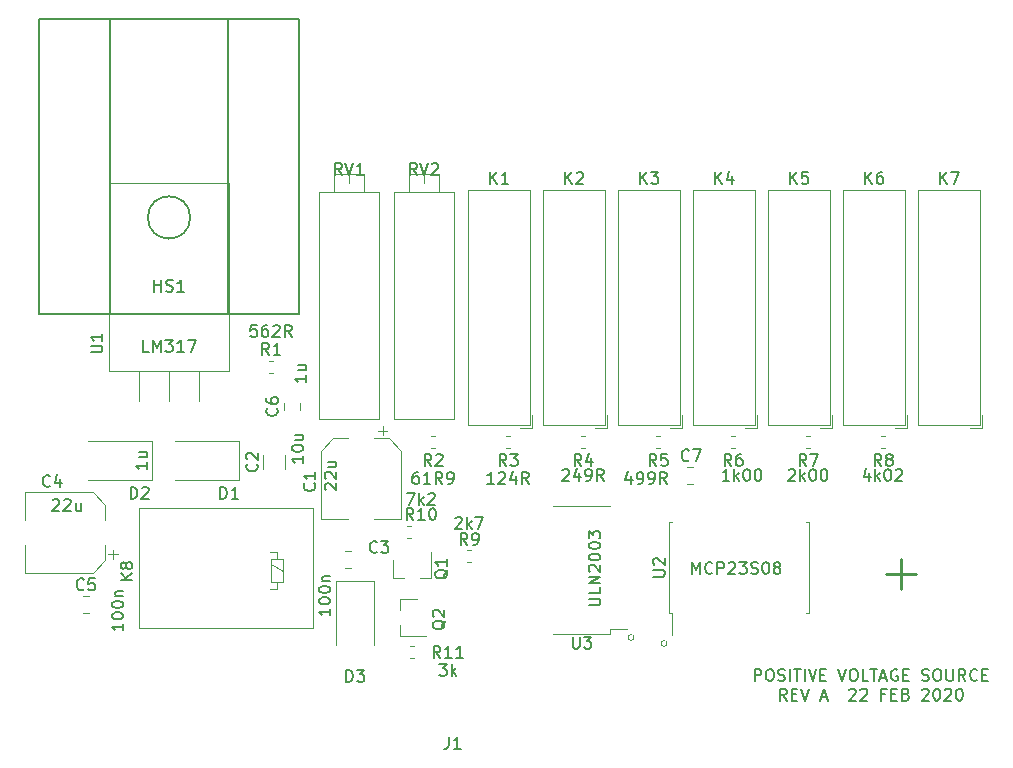
<source format=gbr>
G04 #@! TF.GenerationSoftware,KiCad,Pcbnew,(5.1.5)-3*
G04 #@! TF.CreationDate,2020-02-22T15:11:55-08:00*
G04 #@! TF.ProjectId,voltages,766f6c74-6167-4657-932e-6b696361645f,rev?*
G04 #@! TF.SameCoordinates,Original*
G04 #@! TF.FileFunction,Legend,Top*
G04 #@! TF.FilePolarity,Positive*
%FSLAX46Y46*%
G04 Gerber Fmt 4.6, Leading zero omitted, Abs format (unit mm)*
G04 Created by KiCad (PCBNEW (5.1.5)-3) date 2020-02-22 15:11:55*
%MOMM*%
%LPD*%
G04 APERTURE LIST*
%ADD10C,0.254000*%
%ADD11C,0.150000*%
%ADD12C,0.120000*%
G04 APERTURE END LIST*
D10*
X141986000Y-70866000D02*
X141986000Y-73406000D01*
X140716000Y-72136000D02*
X143256000Y-72136000D01*
D11*
X91638380Y-55284666D02*
X91638380Y-55856095D01*
X91638380Y-55570380D02*
X90638380Y-55570380D01*
X90781238Y-55665619D01*
X90876476Y-55760857D01*
X90924095Y-55856095D01*
X90971714Y-54427523D02*
X91638380Y-54427523D01*
X90971714Y-54856095D02*
X91495523Y-54856095D01*
X91590761Y-54808476D01*
X91638380Y-54713238D01*
X91638380Y-54570380D01*
X91590761Y-54475142D01*
X91543142Y-54427523D01*
X129588857Y-81161380D02*
X129588857Y-80161380D01*
X129969809Y-80161380D01*
X130065047Y-80209000D01*
X130112666Y-80256619D01*
X130160285Y-80351857D01*
X130160285Y-80494714D01*
X130112666Y-80589952D01*
X130065047Y-80637571D01*
X129969809Y-80685190D01*
X129588857Y-80685190D01*
X130779333Y-80161380D02*
X130969809Y-80161380D01*
X131065047Y-80209000D01*
X131160285Y-80304238D01*
X131207904Y-80494714D01*
X131207904Y-80828047D01*
X131160285Y-81018523D01*
X131065047Y-81113761D01*
X130969809Y-81161380D01*
X130779333Y-81161380D01*
X130684095Y-81113761D01*
X130588857Y-81018523D01*
X130541238Y-80828047D01*
X130541238Y-80494714D01*
X130588857Y-80304238D01*
X130684095Y-80209000D01*
X130779333Y-80161380D01*
X131588857Y-81113761D02*
X131731714Y-81161380D01*
X131969809Y-81161380D01*
X132065047Y-81113761D01*
X132112666Y-81066142D01*
X132160285Y-80970904D01*
X132160285Y-80875666D01*
X132112666Y-80780428D01*
X132065047Y-80732809D01*
X131969809Y-80685190D01*
X131779333Y-80637571D01*
X131684095Y-80589952D01*
X131636476Y-80542333D01*
X131588857Y-80447095D01*
X131588857Y-80351857D01*
X131636476Y-80256619D01*
X131684095Y-80209000D01*
X131779333Y-80161380D01*
X132017428Y-80161380D01*
X132160285Y-80209000D01*
X132588857Y-81161380D02*
X132588857Y-80161380D01*
X132922190Y-80161380D02*
X133493619Y-80161380D01*
X133207904Y-81161380D02*
X133207904Y-80161380D01*
X133826952Y-81161380D02*
X133826952Y-80161380D01*
X134160285Y-80161380D02*
X134493619Y-81161380D01*
X134826952Y-80161380D01*
X135160285Y-80637571D02*
X135493619Y-80637571D01*
X135636476Y-81161380D02*
X135160285Y-81161380D01*
X135160285Y-80161380D01*
X135636476Y-80161380D01*
X136684095Y-80161380D02*
X137017428Y-81161380D01*
X137350761Y-80161380D01*
X137874571Y-80161380D02*
X138065047Y-80161380D01*
X138160285Y-80209000D01*
X138255523Y-80304238D01*
X138303142Y-80494714D01*
X138303142Y-80828047D01*
X138255523Y-81018523D01*
X138160285Y-81113761D01*
X138065047Y-81161380D01*
X137874571Y-81161380D01*
X137779333Y-81113761D01*
X137684095Y-81018523D01*
X137636476Y-80828047D01*
X137636476Y-80494714D01*
X137684095Y-80304238D01*
X137779333Y-80209000D01*
X137874571Y-80161380D01*
X139207904Y-81161380D02*
X138731714Y-81161380D01*
X138731714Y-80161380D01*
X139398380Y-80161380D02*
X139969809Y-80161380D01*
X139684095Y-81161380D02*
X139684095Y-80161380D01*
X140255523Y-80875666D02*
X140731714Y-80875666D01*
X140160285Y-81161380D02*
X140493619Y-80161380D01*
X140826952Y-81161380D01*
X141684095Y-80209000D02*
X141588857Y-80161380D01*
X141446000Y-80161380D01*
X141303142Y-80209000D01*
X141207904Y-80304238D01*
X141160285Y-80399476D01*
X141112666Y-80589952D01*
X141112666Y-80732809D01*
X141160285Y-80923285D01*
X141207904Y-81018523D01*
X141303142Y-81113761D01*
X141446000Y-81161380D01*
X141541238Y-81161380D01*
X141684095Y-81113761D01*
X141731714Y-81066142D01*
X141731714Y-80732809D01*
X141541238Y-80732809D01*
X142160285Y-80637571D02*
X142493619Y-80637571D01*
X142636476Y-81161380D02*
X142160285Y-81161380D01*
X142160285Y-80161380D01*
X142636476Y-80161380D01*
X143779333Y-81113761D02*
X143922190Y-81161380D01*
X144160285Y-81161380D01*
X144255523Y-81113761D01*
X144303142Y-81066142D01*
X144350761Y-80970904D01*
X144350761Y-80875666D01*
X144303142Y-80780428D01*
X144255523Y-80732809D01*
X144160285Y-80685190D01*
X143969809Y-80637571D01*
X143874571Y-80589952D01*
X143826952Y-80542333D01*
X143779333Y-80447095D01*
X143779333Y-80351857D01*
X143826952Y-80256619D01*
X143874571Y-80209000D01*
X143969809Y-80161380D01*
X144207904Y-80161380D01*
X144350761Y-80209000D01*
X144969809Y-80161380D02*
X145160285Y-80161380D01*
X145255523Y-80209000D01*
X145350761Y-80304238D01*
X145398380Y-80494714D01*
X145398380Y-80828047D01*
X145350761Y-81018523D01*
X145255523Y-81113761D01*
X145160285Y-81161380D01*
X144969809Y-81161380D01*
X144874571Y-81113761D01*
X144779333Y-81018523D01*
X144731714Y-80828047D01*
X144731714Y-80494714D01*
X144779333Y-80304238D01*
X144874571Y-80209000D01*
X144969809Y-80161380D01*
X145826952Y-80161380D02*
X145826952Y-80970904D01*
X145874571Y-81066142D01*
X145922190Y-81113761D01*
X146017428Y-81161380D01*
X146207904Y-81161380D01*
X146303142Y-81113761D01*
X146350761Y-81066142D01*
X146398380Y-80970904D01*
X146398380Y-80161380D01*
X147446000Y-81161380D02*
X147112666Y-80685190D01*
X146874571Y-81161380D02*
X146874571Y-80161380D01*
X147255523Y-80161380D01*
X147350761Y-80209000D01*
X147398380Y-80256619D01*
X147446000Y-80351857D01*
X147446000Y-80494714D01*
X147398380Y-80589952D01*
X147350761Y-80637571D01*
X147255523Y-80685190D01*
X146874571Y-80685190D01*
X148446000Y-81066142D02*
X148398380Y-81113761D01*
X148255523Y-81161380D01*
X148160285Y-81161380D01*
X148017428Y-81113761D01*
X147922190Y-81018523D01*
X147874571Y-80923285D01*
X147826952Y-80732809D01*
X147826952Y-80589952D01*
X147874571Y-80399476D01*
X147922190Y-80304238D01*
X148017428Y-80209000D01*
X148160285Y-80161380D01*
X148255523Y-80161380D01*
X148398380Y-80209000D01*
X148446000Y-80256619D01*
X148874571Y-80637571D02*
X149207904Y-80637571D01*
X149350761Y-81161380D02*
X148874571Y-81161380D01*
X148874571Y-80161380D01*
X149350761Y-80161380D01*
X132303142Y-82811380D02*
X131969809Y-82335190D01*
X131731714Y-82811380D02*
X131731714Y-81811380D01*
X132112666Y-81811380D01*
X132207904Y-81859000D01*
X132255523Y-81906619D01*
X132303142Y-82001857D01*
X132303142Y-82144714D01*
X132255523Y-82239952D01*
X132207904Y-82287571D01*
X132112666Y-82335190D01*
X131731714Y-82335190D01*
X132731714Y-82287571D02*
X133065047Y-82287571D01*
X133207904Y-82811380D02*
X132731714Y-82811380D01*
X132731714Y-81811380D01*
X133207904Y-81811380D01*
X133493619Y-81811380D02*
X133826952Y-82811380D01*
X134160285Y-81811380D01*
X135207904Y-82525666D02*
X135684095Y-82525666D01*
X135112666Y-82811380D02*
X135446000Y-81811380D01*
X135779333Y-82811380D01*
X137588857Y-81906619D02*
X137636476Y-81859000D01*
X137731714Y-81811380D01*
X137969809Y-81811380D01*
X138065047Y-81859000D01*
X138112666Y-81906619D01*
X138160285Y-82001857D01*
X138160285Y-82097095D01*
X138112666Y-82239952D01*
X137541238Y-82811380D01*
X138160285Y-82811380D01*
X138541238Y-81906619D02*
X138588857Y-81859000D01*
X138684095Y-81811380D01*
X138922190Y-81811380D01*
X139017428Y-81859000D01*
X139065047Y-81906619D01*
X139112666Y-82001857D01*
X139112666Y-82097095D01*
X139065047Y-82239952D01*
X138493619Y-82811380D01*
X139112666Y-82811380D01*
X140636476Y-82287571D02*
X140303142Y-82287571D01*
X140303142Y-82811380D02*
X140303142Y-81811380D01*
X140779333Y-81811380D01*
X141160285Y-82287571D02*
X141493619Y-82287571D01*
X141636476Y-82811380D02*
X141160285Y-82811380D01*
X141160285Y-81811380D01*
X141636476Y-81811380D01*
X142398380Y-82287571D02*
X142541238Y-82335190D01*
X142588857Y-82382809D01*
X142636476Y-82478047D01*
X142636476Y-82620904D01*
X142588857Y-82716142D01*
X142541238Y-82763761D01*
X142446000Y-82811380D01*
X142065047Y-82811380D01*
X142065047Y-81811380D01*
X142398380Y-81811380D01*
X142493619Y-81859000D01*
X142541238Y-81906619D01*
X142588857Y-82001857D01*
X142588857Y-82097095D01*
X142541238Y-82192333D01*
X142493619Y-82239952D01*
X142398380Y-82287571D01*
X142065047Y-82287571D01*
X143779333Y-81906619D02*
X143826952Y-81859000D01*
X143922190Y-81811380D01*
X144160285Y-81811380D01*
X144255523Y-81859000D01*
X144303142Y-81906619D01*
X144350761Y-82001857D01*
X144350761Y-82097095D01*
X144303142Y-82239952D01*
X143731714Y-82811380D01*
X144350761Y-82811380D01*
X144969809Y-81811380D02*
X145065047Y-81811380D01*
X145160285Y-81859000D01*
X145207904Y-81906619D01*
X145255523Y-82001857D01*
X145303142Y-82192333D01*
X145303142Y-82430428D01*
X145255523Y-82620904D01*
X145207904Y-82716142D01*
X145160285Y-82763761D01*
X145065047Y-82811380D01*
X144969809Y-82811380D01*
X144874571Y-82763761D01*
X144826952Y-82716142D01*
X144779333Y-82620904D01*
X144731714Y-82430428D01*
X144731714Y-82192333D01*
X144779333Y-82001857D01*
X144826952Y-81906619D01*
X144874571Y-81859000D01*
X144969809Y-81811380D01*
X145684095Y-81906619D02*
X145731714Y-81859000D01*
X145826952Y-81811380D01*
X146065047Y-81811380D01*
X146160285Y-81859000D01*
X146207904Y-81906619D01*
X146255523Y-82001857D01*
X146255523Y-82097095D01*
X146207904Y-82239952D01*
X145636476Y-82811380D01*
X146255523Y-82811380D01*
X146874571Y-81811380D02*
X146969809Y-81811380D01*
X147065047Y-81859000D01*
X147112666Y-81906619D01*
X147160285Y-82001857D01*
X147207904Y-82192333D01*
X147207904Y-82430428D01*
X147160285Y-82620904D01*
X147112666Y-82716142D01*
X147065047Y-82763761D01*
X146969809Y-82811380D01*
X146874571Y-82811380D01*
X146779333Y-82763761D01*
X146731714Y-82716142D01*
X146684095Y-82620904D01*
X146636476Y-82430428D01*
X146636476Y-82192333D01*
X146684095Y-82001857D01*
X146731714Y-81906619D01*
X146779333Y-81859000D01*
X146874571Y-81811380D01*
X78319523Y-53284380D02*
X77843333Y-53284380D01*
X77843333Y-52284380D01*
X78652857Y-53284380D02*
X78652857Y-52284380D01*
X78986190Y-52998666D01*
X79319523Y-52284380D01*
X79319523Y-53284380D01*
X79700476Y-52284380D02*
X80319523Y-52284380D01*
X79986190Y-52665333D01*
X80129047Y-52665333D01*
X80224285Y-52712952D01*
X80271904Y-52760571D01*
X80319523Y-52855809D01*
X80319523Y-53093904D01*
X80271904Y-53189142D01*
X80224285Y-53236761D01*
X80129047Y-53284380D01*
X79843333Y-53284380D01*
X79748095Y-53236761D01*
X79700476Y-53189142D01*
X81271904Y-53284380D02*
X80700476Y-53284380D01*
X80986190Y-53284380D02*
X80986190Y-52284380D01*
X80890952Y-52427238D01*
X80795714Y-52522476D01*
X80700476Y-52570095D01*
X81605238Y-52284380D02*
X82271904Y-52284380D01*
X81843333Y-53284380D01*
X102893904Y-79716380D02*
X103512952Y-79716380D01*
X103179619Y-80097333D01*
X103322476Y-80097333D01*
X103417714Y-80144952D01*
X103465333Y-80192571D01*
X103512952Y-80287809D01*
X103512952Y-80525904D01*
X103465333Y-80621142D01*
X103417714Y-80668761D01*
X103322476Y-80716380D01*
X103036761Y-80716380D01*
X102941523Y-80668761D01*
X102893904Y-80621142D01*
X103941523Y-80716380D02*
X103941523Y-79716380D01*
X104036761Y-80335428D02*
X104322476Y-80716380D01*
X104322476Y-80049714D02*
X103941523Y-80430666D01*
X104243333Y-67365619D02*
X104290952Y-67318000D01*
X104386190Y-67270380D01*
X104624285Y-67270380D01*
X104719523Y-67318000D01*
X104767142Y-67365619D01*
X104814761Y-67460857D01*
X104814761Y-67556095D01*
X104767142Y-67698952D01*
X104195714Y-68270380D01*
X104814761Y-68270380D01*
X105243333Y-68270380D02*
X105243333Y-67270380D01*
X105338571Y-67889428D02*
X105624285Y-68270380D01*
X105624285Y-67603714D02*
X105243333Y-67984666D01*
X105957619Y-67270380D02*
X106624285Y-67270380D01*
X106195714Y-68270380D01*
X100131714Y-65238380D02*
X100798380Y-65238380D01*
X100369809Y-66238380D01*
X101179333Y-66238380D02*
X101179333Y-65238380D01*
X101274571Y-65857428D02*
X101560285Y-66238380D01*
X101560285Y-65571714D02*
X101179333Y-65952666D01*
X101941238Y-65333619D02*
X101988857Y-65286000D01*
X102084095Y-65238380D01*
X102322190Y-65238380D01*
X102417428Y-65286000D01*
X102465047Y-65333619D01*
X102512666Y-65428857D01*
X102512666Y-65524095D01*
X102465047Y-65666952D01*
X101893619Y-66238380D01*
X102512666Y-66238380D01*
X93670380Y-75033047D02*
X93670380Y-75604476D01*
X93670380Y-75318761D02*
X92670380Y-75318761D01*
X92813238Y-75414000D01*
X92908476Y-75509238D01*
X92956095Y-75604476D01*
X92670380Y-74414000D02*
X92670380Y-74318761D01*
X92718000Y-74223523D01*
X92765619Y-74175904D01*
X92860857Y-74128285D01*
X93051333Y-74080666D01*
X93289428Y-74080666D01*
X93479904Y-74128285D01*
X93575142Y-74175904D01*
X93622761Y-74223523D01*
X93670380Y-74318761D01*
X93670380Y-74414000D01*
X93622761Y-74509238D01*
X93575142Y-74556857D01*
X93479904Y-74604476D01*
X93289428Y-74652095D01*
X93051333Y-74652095D01*
X92860857Y-74604476D01*
X92765619Y-74556857D01*
X92718000Y-74509238D01*
X92670380Y-74414000D01*
X92670380Y-73461619D02*
X92670380Y-73366380D01*
X92718000Y-73271142D01*
X92765619Y-73223523D01*
X92860857Y-73175904D01*
X93051333Y-73128285D01*
X93289428Y-73128285D01*
X93479904Y-73175904D01*
X93575142Y-73223523D01*
X93622761Y-73271142D01*
X93670380Y-73366380D01*
X93670380Y-73461619D01*
X93622761Y-73556857D01*
X93575142Y-73604476D01*
X93479904Y-73652095D01*
X93289428Y-73699714D01*
X93051333Y-73699714D01*
X92860857Y-73652095D01*
X92765619Y-73604476D01*
X92718000Y-73556857D01*
X92670380Y-73461619D01*
X93003714Y-72699714D02*
X93670380Y-72699714D01*
X93098952Y-72699714D02*
X93051333Y-72652095D01*
X93003714Y-72556857D01*
X93003714Y-72414000D01*
X93051333Y-72318761D01*
X93146571Y-72271142D01*
X93670380Y-72271142D01*
X76144380Y-76303047D02*
X76144380Y-76874476D01*
X76144380Y-76588761D02*
X75144380Y-76588761D01*
X75287238Y-76684000D01*
X75382476Y-76779238D01*
X75430095Y-76874476D01*
X75144380Y-75684000D02*
X75144380Y-75588761D01*
X75192000Y-75493523D01*
X75239619Y-75445904D01*
X75334857Y-75398285D01*
X75525333Y-75350666D01*
X75763428Y-75350666D01*
X75953904Y-75398285D01*
X76049142Y-75445904D01*
X76096761Y-75493523D01*
X76144380Y-75588761D01*
X76144380Y-75684000D01*
X76096761Y-75779238D01*
X76049142Y-75826857D01*
X75953904Y-75874476D01*
X75763428Y-75922095D01*
X75525333Y-75922095D01*
X75334857Y-75874476D01*
X75239619Y-75826857D01*
X75192000Y-75779238D01*
X75144380Y-75684000D01*
X75144380Y-74731619D02*
X75144380Y-74636380D01*
X75192000Y-74541142D01*
X75239619Y-74493523D01*
X75334857Y-74445904D01*
X75525333Y-74398285D01*
X75763428Y-74398285D01*
X75953904Y-74445904D01*
X76049142Y-74493523D01*
X76096761Y-74541142D01*
X76144380Y-74636380D01*
X76144380Y-74731619D01*
X76096761Y-74826857D01*
X76049142Y-74874476D01*
X75953904Y-74922095D01*
X75763428Y-74969714D01*
X75525333Y-74969714D01*
X75334857Y-74922095D01*
X75239619Y-74874476D01*
X75192000Y-74826857D01*
X75144380Y-74731619D01*
X75477714Y-73969714D02*
X76144380Y-73969714D01*
X75572952Y-73969714D02*
X75525333Y-73922095D01*
X75477714Y-73826857D01*
X75477714Y-73684000D01*
X75525333Y-73588761D01*
X75620571Y-73541142D01*
X76144380Y-73541142D01*
X78176380Y-62650666D02*
X78176380Y-63222095D01*
X78176380Y-62936380D02*
X77176380Y-62936380D01*
X77319238Y-63031619D01*
X77414476Y-63126857D01*
X77462095Y-63222095D01*
X77509714Y-61793523D02*
X78176380Y-61793523D01*
X77509714Y-62222095D02*
X78033523Y-62222095D01*
X78128761Y-62174476D01*
X78176380Y-62079238D01*
X78176380Y-61936380D01*
X78128761Y-61841142D01*
X78081142Y-61793523D01*
X91384380Y-62110857D02*
X91384380Y-62682285D01*
X91384380Y-62396571D02*
X90384380Y-62396571D01*
X90527238Y-62491809D01*
X90622476Y-62587047D01*
X90670095Y-62682285D01*
X90384380Y-61491809D02*
X90384380Y-61396571D01*
X90432000Y-61301333D01*
X90479619Y-61253714D01*
X90574857Y-61206095D01*
X90765333Y-61158476D01*
X91003428Y-61158476D01*
X91193904Y-61206095D01*
X91289142Y-61253714D01*
X91336761Y-61301333D01*
X91384380Y-61396571D01*
X91384380Y-61491809D01*
X91336761Y-61587047D01*
X91289142Y-61634666D01*
X91193904Y-61682285D01*
X91003428Y-61729904D01*
X90765333Y-61729904D01*
X90574857Y-61682285D01*
X90479619Y-61634666D01*
X90432000Y-61587047D01*
X90384380Y-61491809D01*
X90717714Y-60301333D02*
X91384380Y-60301333D01*
X90717714Y-60729904D02*
X91241523Y-60729904D01*
X91336761Y-60682285D01*
X91384380Y-60587047D01*
X91384380Y-60444190D01*
X91336761Y-60348952D01*
X91289142Y-60301333D01*
X93273619Y-64968285D02*
X93226000Y-64920666D01*
X93178380Y-64825428D01*
X93178380Y-64587333D01*
X93226000Y-64492095D01*
X93273619Y-64444476D01*
X93368857Y-64396857D01*
X93464095Y-64396857D01*
X93606952Y-64444476D01*
X94178380Y-65015904D01*
X94178380Y-64396857D01*
X93273619Y-64015904D02*
X93226000Y-63968285D01*
X93178380Y-63873047D01*
X93178380Y-63634952D01*
X93226000Y-63539714D01*
X93273619Y-63492095D01*
X93368857Y-63444476D01*
X93464095Y-63444476D01*
X93606952Y-63492095D01*
X94178380Y-64063523D01*
X94178380Y-63444476D01*
X93511714Y-62587333D02*
X94178380Y-62587333D01*
X93511714Y-63015904D02*
X94035523Y-63015904D01*
X94130761Y-62968285D01*
X94178380Y-62873047D01*
X94178380Y-62730190D01*
X94130761Y-62634952D01*
X94083142Y-62587333D01*
X70159714Y-65841619D02*
X70207333Y-65794000D01*
X70302571Y-65746380D01*
X70540666Y-65746380D01*
X70635904Y-65794000D01*
X70683523Y-65841619D01*
X70731142Y-65936857D01*
X70731142Y-66032095D01*
X70683523Y-66174952D01*
X70112095Y-66746380D01*
X70731142Y-66746380D01*
X71112095Y-65841619D02*
X71159714Y-65794000D01*
X71254952Y-65746380D01*
X71493047Y-65746380D01*
X71588285Y-65794000D01*
X71635904Y-65841619D01*
X71683523Y-65936857D01*
X71683523Y-66032095D01*
X71635904Y-66174952D01*
X71064476Y-66746380D01*
X71683523Y-66746380D01*
X72540666Y-66079714D02*
X72540666Y-66746380D01*
X72112095Y-66079714D02*
X72112095Y-66603523D01*
X72159714Y-66698761D01*
X72254952Y-66746380D01*
X72397809Y-66746380D01*
X72493047Y-66698761D01*
X72540666Y-66651142D01*
X87431714Y-51014380D02*
X86955523Y-51014380D01*
X86907904Y-51490571D01*
X86955523Y-51442952D01*
X87050761Y-51395333D01*
X87288857Y-51395333D01*
X87384095Y-51442952D01*
X87431714Y-51490571D01*
X87479333Y-51585809D01*
X87479333Y-51823904D01*
X87431714Y-51919142D01*
X87384095Y-51966761D01*
X87288857Y-52014380D01*
X87050761Y-52014380D01*
X86955523Y-51966761D01*
X86907904Y-51919142D01*
X88336476Y-51014380D02*
X88146000Y-51014380D01*
X88050761Y-51062000D01*
X88003142Y-51109619D01*
X87907904Y-51252476D01*
X87860285Y-51442952D01*
X87860285Y-51823904D01*
X87907904Y-51919142D01*
X87955523Y-51966761D01*
X88050761Y-52014380D01*
X88241238Y-52014380D01*
X88336476Y-51966761D01*
X88384095Y-51919142D01*
X88431714Y-51823904D01*
X88431714Y-51585809D01*
X88384095Y-51490571D01*
X88336476Y-51442952D01*
X88241238Y-51395333D01*
X88050761Y-51395333D01*
X87955523Y-51442952D01*
X87907904Y-51490571D01*
X87860285Y-51585809D01*
X88812666Y-51109619D02*
X88860285Y-51062000D01*
X88955523Y-51014380D01*
X89193619Y-51014380D01*
X89288857Y-51062000D01*
X89336476Y-51109619D01*
X89384095Y-51204857D01*
X89384095Y-51300095D01*
X89336476Y-51442952D01*
X88765047Y-52014380D01*
X89384095Y-52014380D01*
X90384095Y-52014380D02*
X90050761Y-51538190D01*
X89812666Y-52014380D02*
X89812666Y-51014380D01*
X90193619Y-51014380D01*
X90288857Y-51062000D01*
X90336476Y-51109619D01*
X90384095Y-51204857D01*
X90384095Y-51347714D01*
X90336476Y-51442952D01*
X90288857Y-51490571D01*
X90193619Y-51538190D01*
X89812666Y-51538190D01*
X101100095Y-63460380D02*
X100909619Y-63460380D01*
X100814380Y-63508000D01*
X100766761Y-63555619D01*
X100671523Y-63698476D01*
X100623904Y-63888952D01*
X100623904Y-64269904D01*
X100671523Y-64365142D01*
X100719142Y-64412761D01*
X100814380Y-64460380D01*
X101004857Y-64460380D01*
X101100095Y-64412761D01*
X101147714Y-64365142D01*
X101195333Y-64269904D01*
X101195333Y-64031809D01*
X101147714Y-63936571D01*
X101100095Y-63888952D01*
X101004857Y-63841333D01*
X100814380Y-63841333D01*
X100719142Y-63888952D01*
X100671523Y-63936571D01*
X100623904Y-64031809D01*
X102147714Y-64460380D02*
X101576285Y-64460380D01*
X101862000Y-64460380D02*
X101862000Y-63460380D01*
X101766761Y-63603238D01*
X101671523Y-63698476D01*
X101576285Y-63746095D01*
X103147714Y-64460380D02*
X102814380Y-63984190D01*
X102576285Y-64460380D02*
X102576285Y-63460380D01*
X102957238Y-63460380D01*
X103052476Y-63508000D01*
X103100095Y-63555619D01*
X103147714Y-63650857D01*
X103147714Y-63793714D01*
X103100095Y-63888952D01*
X103052476Y-63936571D01*
X102957238Y-63984190D01*
X102576285Y-63984190D01*
X103623904Y-64460380D02*
X103814380Y-64460380D01*
X103909619Y-64412761D01*
X103957238Y-64365142D01*
X104052476Y-64222285D01*
X104100095Y-64031809D01*
X104100095Y-63650857D01*
X104052476Y-63555619D01*
X104004857Y-63508000D01*
X103909619Y-63460380D01*
X103719142Y-63460380D01*
X103623904Y-63508000D01*
X103576285Y-63555619D01*
X103528666Y-63650857D01*
X103528666Y-63888952D01*
X103576285Y-63984190D01*
X103623904Y-64031809D01*
X103719142Y-64079428D01*
X103909619Y-64079428D01*
X104004857Y-64031809D01*
X104052476Y-63984190D01*
X104100095Y-63888952D01*
X107545333Y-64460380D02*
X106973904Y-64460380D01*
X107259619Y-64460380D02*
X107259619Y-63460380D01*
X107164380Y-63603238D01*
X107069142Y-63698476D01*
X106973904Y-63746095D01*
X107926285Y-63555619D02*
X107973904Y-63508000D01*
X108069142Y-63460380D01*
X108307238Y-63460380D01*
X108402476Y-63508000D01*
X108450095Y-63555619D01*
X108497714Y-63650857D01*
X108497714Y-63746095D01*
X108450095Y-63888952D01*
X107878666Y-64460380D01*
X108497714Y-64460380D01*
X109354857Y-63793714D02*
X109354857Y-64460380D01*
X109116761Y-63412761D02*
X108878666Y-64127047D01*
X109497714Y-64127047D01*
X110450095Y-64460380D02*
X110116761Y-63984190D01*
X109878666Y-64460380D02*
X109878666Y-63460380D01*
X110259619Y-63460380D01*
X110354857Y-63508000D01*
X110402476Y-63555619D01*
X110450095Y-63650857D01*
X110450095Y-63793714D01*
X110402476Y-63888952D01*
X110354857Y-63936571D01*
X110259619Y-63984190D01*
X109878666Y-63984190D01*
X113323904Y-63301619D02*
X113371523Y-63254000D01*
X113466761Y-63206380D01*
X113704857Y-63206380D01*
X113800095Y-63254000D01*
X113847714Y-63301619D01*
X113895333Y-63396857D01*
X113895333Y-63492095D01*
X113847714Y-63634952D01*
X113276285Y-64206380D01*
X113895333Y-64206380D01*
X114752476Y-63539714D02*
X114752476Y-64206380D01*
X114514380Y-63158761D02*
X114276285Y-63873047D01*
X114895333Y-63873047D01*
X115323904Y-64206380D02*
X115514380Y-64206380D01*
X115609619Y-64158761D01*
X115657238Y-64111142D01*
X115752476Y-63968285D01*
X115800095Y-63777809D01*
X115800095Y-63396857D01*
X115752476Y-63301619D01*
X115704857Y-63254000D01*
X115609619Y-63206380D01*
X115419142Y-63206380D01*
X115323904Y-63254000D01*
X115276285Y-63301619D01*
X115228666Y-63396857D01*
X115228666Y-63634952D01*
X115276285Y-63730190D01*
X115323904Y-63777809D01*
X115419142Y-63825428D01*
X115609619Y-63825428D01*
X115704857Y-63777809D01*
X115752476Y-63730190D01*
X115800095Y-63634952D01*
X116800095Y-64206380D02*
X116466761Y-63730190D01*
X116228666Y-64206380D02*
X116228666Y-63206380D01*
X116609619Y-63206380D01*
X116704857Y-63254000D01*
X116752476Y-63301619D01*
X116800095Y-63396857D01*
X116800095Y-63539714D01*
X116752476Y-63634952D01*
X116704857Y-63682571D01*
X116609619Y-63730190D01*
X116228666Y-63730190D01*
X119134095Y-63793714D02*
X119134095Y-64460380D01*
X118896000Y-63412761D02*
X118657904Y-64127047D01*
X119276952Y-64127047D01*
X119705523Y-64460380D02*
X119896000Y-64460380D01*
X119991238Y-64412761D01*
X120038857Y-64365142D01*
X120134095Y-64222285D01*
X120181714Y-64031809D01*
X120181714Y-63650857D01*
X120134095Y-63555619D01*
X120086476Y-63508000D01*
X119991238Y-63460380D01*
X119800761Y-63460380D01*
X119705523Y-63508000D01*
X119657904Y-63555619D01*
X119610285Y-63650857D01*
X119610285Y-63888952D01*
X119657904Y-63984190D01*
X119705523Y-64031809D01*
X119800761Y-64079428D01*
X119991238Y-64079428D01*
X120086476Y-64031809D01*
X120134095Y-63984190D01*
X120181714Y-63888952D01*
X120657904Y-64460380D02*
X120848380Y-64460380D01*
X120943619Y-64412761D01*
X120991238Y-64365142D01*
X121086476Y-64222285D01*
X121134095Y-64031809D01*
X121134095Y-63650857D01*
X121086476Y-63555619D01*
X121038857Y-63508000D01*
X120943619Y-63460380D01*
X120753142Y-63460380D01*
X120657904Y-63508000D01*
X120610285Y-63555619D01*
X120562666Y-63650857D01*
X120562666Y-63888952D01*
X120610285Y-63984190D01*
X120657904Y-64031809D01*
X120753142Y-64079428D01*
X120943619Y-64079428D01*
X121038857Y-64031809D01*
X121086476Y-63984190D01*
X121134095Y-63888952D01*
X122134095Y-64460380D02*
X121800761Y-63984190D01*
X121562666Y-64460380D02*
X121562666Y-63460380D01*
X121943619Y-63460380D01*
X122038857Y-63508000D01*
X122086476Y-63555619D01*
X122134095Y-63650857D01*
X122134095Y-63793714D01*
X122086476Y-63888952D01*
X122038857Y-63936571D01*
X121943619Y-63984190D01*
X121562666Y-63984190D01*
X127452571Y-64206380D02*
X126881142Y-64206380D01*
X127166857Y-64206380D02*
X127166857Y-63206380D01*
X127071619Y-63349238D01*
X126976380Y-63444476D01*
X126881142Y-63492095D01*
X127881142Y-64206380D02*
X127881142Y-63206380D01*
X127976380Y-63825428D02*
X128262095Y-64206380D01*
X128262095Y-63539714D02*
X127881142Y-63920666D01*
X128881142Y-63206380D02*
X128976380Y-63206380D01*
X129071619Y-63254000D01*
X129119238Y-63301619D01*
X129166857Y-63396857D01*
X129214476Y-63587333D01*
X129214476Y-63825428D01*
X129166857Y-64015904D01*
X129119238Y-64111142D01*
X129071619Y-64158761D01*
X128976380Y-64206380D01*
X128881142Y-64206380D01*
X128785904Y-64158761D01*
X128738285Y-64111142D01*
X128690666Y-64015904D01*
X128643047Y-63825428D01*
X128643047Y-63587333D01*
X128690666Y-63396857D01*
X128738285Y-63301619D01*
X128785904Y-63254000D01*
X128881142Y-63206380D01*
X129833523Y-63206380D02*
X129928761Y-63206380D01*
X130024000Y-63254000D01*
X130071619Y-63301619D01*
X130119238Y-63396857D01*
X130166857Y-63587333D01*
X130166857Y-63825428D01*
X130119238Y-64015904D01*
X130071619Y-64111142D01*
X130024000Y-64158761D01*
X129928761Y-64206380D01*
X129833523Y-64206380D01*
X129738285Y-64158761D01*
X129690666Y-64111142D01*
X129643047Y-64015904D01*
X129595428Y-63825428D01*
X129595428Y-63587333D01*
X129643047Y-63396857D01*
X129690666Y-63301619D01*
X129738285Y-63254000D01*
X129833523Y-63206380D01*
X132469142Y-63301619D02*
X132516761Y-63254000D01*
X132612000Y-63206380D01*
X132850095Y-63206380D01*
X132945333Y-63254000D01*
X132992952Y-63301619D01*
X133040571Y-63396857D01*
X133040571Y-63492095D01*
X132992952Y-63634952D01*
X132421523Y-64206380D01*
X133040571Y-64206380D01*
X133469142Y-64206380D02*
X133469142Y-63206380D01*
X133564380Y-63825428D02*
X133850095Y-64206380D01*
X133850095Y-63539714D02*
X133469142Y-63920666D01*
X134469142Y-63206380D02*
X134564380Y-63206380D01*
X134659619Y-63254000D01*
X134707238Y-63301619D01*
X134754857Y-63396857D01*
X134802476Y-63587333D01*
X134802476Y-63825428D01*
X134754857Y-64015904D01*
X134707238Y-64111142D01*
X134659619Y-64158761D01*
X134564380Y-64206380D01*
X134469142Y-64206380D01*
X134373904Y-64158761D01*
X134326285Y-64111142D01*
X134278666Y-64015904D01*
X134231047Y-63825428D01*
X134231047Y-63587333D01*
X134278666Y-63396857D01*
X134326285Y-63301619D01*
X134373904Y-63254000D01*
X134469142Y-63206380D01*
X135421523Y-63206380D02*
X135516761Y-63206380D01*
X135612000Y-63254000D01*
X135659619Y-63301619D01*
X135707238Y-63396857D01*
X135754857Y-63587333D01*
X135754857Y-63825428D01*
X135707238Y-64015904D01*
X135659619Y-64111142D01*
X135612000Y-64158761D01*
X135516761Y-64206380D01*
X135421523Y-64206380D01*
X135326285Y-64158761D01*
X135278666Y-64111142D01*
X135231047Y-64015904D01*
X135183428Y-63825428D01*
X135183428Y-63587333D01*
X135231047Y-63396857D01*
X135278666Y-63301619D01*
X135326285Y-63254000D01*
X135421523Y-63206380D01*
X139295333Y-63539714D02*
X139295333Y-64206380D01*
X139057238Y-63158761D02*
X138819142Y-63873047D01*
X139438190Y-63873047D01*
X139819142Y-64206380D02*
X139819142Y-63206380D01*
X139914380Y-63825428D02*
X140200095Y-64206380D01*
X140200095Y-63539714D02*
X139819142Y-63920666D01*
X140819142Y-63206380D02*
X140914380Y-63206380D01*
X141009619Y-63254000D01*
X141057238Y-63301619D01*
X141104857Y-63396857D01*
X141152476Y-63587333D01*
X141152476Y-63825428D01*
X141104857Y-64015904D01*
X141057238Y-64111142D01*
X141009619Y-64158761D01*
X140914380Y-64206380D01*
X140819142Y-64206380D01*
X140723904Y-64158761D01*
X140676285Y-64111142D01*
X140628666Y-64015904D01*
X140581047Y-63825428D01*
X140581047Y-63587333D01*
X140628666Y-63396857D01*
X140676285Y-63301619D01*
X140723904Y-63254000D01*
X140819142Y-63206380D01*
X141533428Y-63301619D02*
X141581047Y-63254000D01*
X141676285Y-63206380D01*
X141914380Y-63206380D01*
X142009619Y-63254000D01*
X142057238Y-63301619D01*
X142104857Y-63396857D01*
X142104857Y-63492095D01*
X142057238Y-63634952D01*
X141485809Y-64206380D01*
X142104857Y-64206380D01*
X124301714Y-72080380D02*
X124301714Y-71080380D01*
X124635047Y-71794666D01*
X124968380Y-71080380D01*
X124968380Y-72080380D01*
X126016000Y-71985142D02*
X125968380Y-72032761D01*
X125825523Y-72080380D01*
X125730285Y-72080380D01*
X125587428Y-72032761D01*
X125492190Y-71937523D01*
X125444571Y-71842285D01*
X125396952Y-71651809D01*
X125396952Y-71508952D01*
X125444571Y-71318476D01*
X125492190Y-71223238D01*
X125587428Y-71128000D01*
X125730285Y-71080380D01*
X125825523Y-71080380D01*
X125968380Y-71128000D01*
X126016000Y-71175619D01*
X126444571Y-72080380D02*
X126444571Y-71080380D01*
X126825523Y-71080380D01*
X126920761Y-71128000D01*
X126968380Y-71175619D01*
X127016000Y-71270857D01*
X127016000Y-71413714D01*
X126968380Y-71508952D01*
X126920761Y-71556571D01*
X126825523Y-71604190D01*
X126444571Y-71604190D01*
X127396952Y-71175619D02*
X127444571Y-71128000D01*
X127539809Y-71080380D01*
X127777904Y-71080380D01*
X127873142Y-71128000D01*
X127920761Y-71175619D01*
X127968380Y-71270857D01*
X127968380Y-71366095D01*
X127920761Y-71508952D01*
X127349333Y-72080380D01*
X127968380Y-72080380D01*
X128301714Y-71080380D02*
X128920761Y-71080380D01*
X128587428Y-71461333D01*
X128730285Y-71461333D01*
X128825523Y-71508952D01*
X128873142Y-71556571D01*
X128920761Y-71651809D01*
X128920761Y-71889904D01*
X128873142Y-71985142D01*
X128825523Y-72032761D01*
X128730285Y-72080380D01*
X128444571Y-72080380D01*
X128349333Y-72032761D01*
X128301714Y-71985142D01*
X129301714Y-72032761D02*
X129444571Y-72080380D01*
X129682666Y-72080380D01*
X129777904Y-72032761D01*
X129825523Y-71985142D01*
X129873142Y-71889904D01*
X129873142Y-71794666D01*
X129825523Y-71699428D01*
X129777904Y-71651809D01*
X129682666Y-71604190D01*
X129492190Y-71556571D01*
X129396952Y-71508952D01*
X129349333Y-71461333D01*
X129301714Y-71366095D01*
X129301714Y-71270857D01*
X129349333Y-71175619D01*
X129396952Y-71128000D01*
X129492190Y-71080380D01*
X129730285Y-71080380D01*
X129873142Y-71128000D01*
X130492190Y-71080380D02*
X130587428Y-71080380D01*
X130682666Y-71128000D01*
X130730285Y-71175619D01*
X130777904Y-71270857D01*
X130825523Y-71461333D01*
X130825523Y-71699428D01*
X130777904Y-71889904D01*
X130730285Y-71985142D01*
X130682666Y-72032761D01*
X130587428Y-72080380D01*
X130492190Y-72080380D01*
X130396952Y-72032761D01*
X130349333Y-71985142D01*
X130301714Y-71889904D01*
X130254095Y-71699428D01*
X130254095Y-71461333D01*
X130301714Y-71270857D01*
X130349333Y-71175619D01*
X130396952Y-71128000D01*
X130492190Y-71080380D01*
X131396952Y-71508952D02*
X131301714Y-71461333D01*
X131254095Y-71413714D01*
X131206476Y-71318476D01*
X131206476Y-71270857D01*
X131254095Y-71175619D01*
X131301714Y-71128000D01*
X131396952Y-71080380D01*
X131587428Y-71080380D01*
X131682666Y-71128000D01*
X131730285Y-71175619D01*
X131777904Y-71270857D01*
X131777904Y-71318476D01*
X131730285Y-71413714D01*
X131682666Y-71461333D01*
X131587428Y-71508952D01*
X131396952Y-71508952D01*
X131301714Y-71556571D01*
X131254095Y-71604190D01*
X131206476Y-71699428D01*
X131206476Y-71889904D01*
X131254095Y-71985142D01*
X131301714Y-72032761D01*
X131396952Y-72080380D01*
X131587428Y-72080380D01*
X131682666Y-72032761D01*
X131730285Y-71985142D01*
X131777904Y-71889904D01*
X131777904Y-71699428D01*
X131730285Y-71604190D01*
X131682666Y-71556571D01*
X131587428Y-71508952D01*
X115530380Y-74747047D02*
X116339904Y-74747047D01*
X116435142Y-74699428D01*
X116482761Y-74651809D01*
X116530380Y-74556571D01*
X116530380Y-74366095D01*
X116482761Y-74270857D01*
X116435142Y-74223238D01*
X116339904Y-74175619D01*
X115530380Y-74175619D01*
X116530380Y-73223238D02*
X116530380Y-73699428D01*
X115530380Y-73699428D01*
X116530380Y-72889904D02*
X115530380Y-72889904D01*
X116530380Y-72318476D01*
X115530380Y-72318476D01*
X115625619Y-71889904D02*
X115578000Y-71842285D01*
X115530380Y-71747047D01*
X115530380Y-71508952D01*
X115578000Y-71413714D01*
X115625619Y-71366095D01*
X115720857Y-71318476D01*
X115816095Y-71318476D01*
X115958952Y-71366095D01*
X116530380Y-71937523D01*
X116530380Y-71318476D01*
X115530380Y-70699428D02*
X115530380Y-70604190D01*
X115578000Y-70508952D01*
X115625619Y-70461333D01*
X115720857Y-70413714D01*
X115911333Y-70366095D01*
X116149428Y-70366095D01*
X116339904Y-70413714D01*
X116435142Y-70461333D01*
X116482761Y-70508952D01*
X116530380Y-70604190D01*
X116530380Y-70699428D01*
X116482761Y-70794666D01*
X116435142Y-70842285D01*
X116339904Y-70889904D01*
X116149428Y-70937523D01*
X115911333Y-70937523D01*
X115720857Y-70889904D01*
X115625619Y-70842285D01*
X115578000Y-70794666D01*
X115530380Y-70699428D01*
X115530380Y-69747047D02*
X115530380Y-69651809D01*
X115578000Y-69556571D01*
X115625619Y-69508952D01*
X115720857Y-69461333D01*
X115911333Y-69413714D01*
X116149428Y-69413714D01*
X116339904Y-69461333D01*
X116435142Y-69508952D01*
X116482761Y-69556571D01*
X116530380Y-69651809D01*
X116530380Y-69747047D01*
X116482761Y-69842285D01*
X116435142Y-69889904D01*
X116339904Y-69937523D01*
X116149428Y-69985142D01*
X115911333Y-69985142D01*
X115720857Y-69937523D01*
X115625619Y-69889904D01*
X115578000Y-69842285D01*
X115530380Y-69747047D01*
X115530380Y-69080380D02*
X115530380Y-68461333D01*
X115911333Y-68794666D01*
X115911333Y-68651809D01*
X115958952Y-68556571D01*
X116006571Y-68508952D01*
X116101809Y-68461333D01*
X116339904Y-68461333D01*
X116435142Y-68508952D01*
X116482761Y-68556571D01*
X116530380Y-68651809D01*
X116530380Y-68937523D01*
X116482761Y-69032761D01*
X116435142Y-69080380D01*
D12*
X119380000Y-77470000D02*
G75*
G03X119380000Y-77470000I-254000J0D01*
G01*
X122174000Y-77978000D02*
G75*
G03X122174000Y-77978000I-254000J0D01*
G01*
X97408000Y-72672000D02*
X97408000Y-78072000D01*
X94108000Y-72672000D02*
X94108000Y-78072000D01*
X97408000Y-72672000D02*
X94108000Y-72672000D01*
X78584000Y-64134000D02*
X73184000Y-64134000D01*
X78584000Y-60834000D02*
X73184000Y-60834000D01*
X78584000Y-64134000D02*
X78584000Y-60834000D01*
X85950000Y-64134000D02*
X80550000Y-64134000D01*
X85950000Y-60834000D02*
X80550000Y-60834000D01*
X85950000Y-64134000D02*
X85950000Y-60834000D01*
X100141721Y-69090000D02*
X100467279Y-69090000D01*
X100141721Y-68070000D02*
X100467279Y-68070000D01*
X88646000Y-70841000D02*
X89662000Y-70841000D01*
X89662000Y-72746000D02*
X89662000Y-70841000D01*
X88646000Y-72746000D02*
X89662000Y-72746000D01*
X88646000Y-70841000D02*
X88646000Y-72746000D01*
X89154000Y-70206000D02*
X89154000Y-70841000D01*
X88519000Y-70206000D02*
X89154000Y-70206000D01*
X89154000Y-73406000D02*
X89154000Y-72746000D01*
X88519000Y-73406000D02*
X89154000Y-73406000D01*
X88646000Y-71222000D02*
X89662000Y-71857000D01*
X77470000Y-76708000D02*
X77470000Y-66548000D01*
X92202000Y-76708000D02*
X77470000Y-76708000D01*
X92202000Y-66548000D02*
X92202000Y-76708000D01*
X77470000Y-66548000D02*
X92202000Y-66548000D01*
X99004000Y-72404000D02*
X99004000Y-70944000D01*
X102164000Y-72404000D02*
X102164000Y-70244000D01*
X102164000Y-72404000D02*
X101234000Y-72404000D01*
X99004000Y-72404000D02*
X99934000Y-72404000D01*
X99586000Y-74178000D02*
X101046000Y-74178000D01*
X99586000Y-77338000D02*
X101746000Y-77338000D01*
X99586000Y-77338000D02*
X99586000Y-76408000D01*
X99586000Y-74178000D02*
X99586000Y-75108000D01*
X100395721Y-79250000D02*
X100721279Y-79250000D01*
X100395721Y-78230000D02*
X100721279Y-78230000D01*
X82550000Y-54880000D02*
X82550000Y-57420000D01*
X80010000Y-54880000D02*
X80010000Y-57420000D01*
X77470000Y-54880000D02*
X77470000Y-57420000D01*
X85130000Y-38990000D02*
X85130000Y-54880000D01*
X74890000Y-38990000D02*
X74890000Y-54880000D01*
X74890000Y-38990000D02*
X85130000Y-38990000D01*
X74890000Y-54880000D02*
X85130000Y-54880000D01*
D11*
X75010000Y-25110000D02*
X75010000Y-50110000D01*
X85010000Y-25110000D02*
X85010000Y-50110000D01*
X69010000Y-50110000D02*
X80010000Y-50110000D01*
X69010000Y-25110000D02*
X69010000Y-50110000D01*
X91010000Y-25110000D02*
X69010000Y-25110000D01*
X91010000Y-50110000D02*
X91010000Y-25110000D01*
X80010000Y-50110000D02*
X91010000Y-50110000D01*
X81798854Y-41910000D02*
G75*
G03X81798854Y-41910000I-1788854J0D01*
G01*
D12*
X117360000Y-66360000D02*
X112560000Y-66360000D01*
X117360000Y-77160000D02*
X112560000Y-77160000D01*
X117360000Y-76760000D02*
X118760000Y-76760000D01*
X117360000Y-77160000D02*
X117360000Y-76760000D01*
X122630000Y-75410000D02*
X122630000Y-77225000D01*
X122385000Y-75410000D02*
X122630000Y-75410000D01*
X122385000Y-71550000D02*
X122385000Y-75410000D01*
X122385000Y-67690000D02*
X122630000Y-67690000D01*
X122385000Y-71550000D02*
X122385000Y-67690000D01*
X134155000Y-75410000D02*
X133910000Y-75410000D01*
X134155000Y-71550000D02*
X134155000Y-75410000D01*
X134155000Y-67690000D02*
X133910000Y-67690000D01*
X134155000Y-71550000D02*
X134155000Y-67690000D01*
X101600000Y-38240000D02*
X101600000Y-38999000D01*
X102900000Y-39759000D02*
X100300000Y-39759000D01*
X102900000Y-38240000D02*
X100300000Y-38240000D01*
X100300000Y-38240000D02*
X100300000Y-39759000D01*
X102900000Y-38240000D02*
X102900000Y-39759000D01*
X104120000Y-59000000D02*
X99080000Y-59000000D01*
X104120000Y-39760000D02*
X99080000Y-39760000D01*
X99080000Y-39760000D02*
X99080000Y-59000000D01*
X104120000Y-39760000D02*
X104120000Y-59000000D01*
X95250000Y-38240000D02*
X95250000Y-38999000D01*
X96550000Y-39759000D02*
X93950000Y-39759000D01*
X96550000Y-38240000D02*
X93950000Y-38240000D01*
X93950000Y-38240000D02*
X93950000Y-39759000D01*
X96550000Y-38240000D02*
X96550000Y-39759000D01*
X97770000Y-59000000D02*
X92730000Y-59000000D01*
X97770000Y-39760000D02*
X92730000Y-39760000D01*
X92730000Y-39760000D02*
X92730000Y-59000000D01*
X97770000Y-39760000D02*
X97770000Y-59000000D01*
X105272721Y-71122000D02*
X105598279Y-71122000D01*
X105272721Y-70102000D02*
X105598279Y-70102000D01*
X140324721Y-61470000D02*
X140650279Y-61470000D01*
X140324721Y-60450000D02*
X140650279Y-60450000D01*
X133974721Y-61470000D02*
X134300279Y-61470000D01*
X133974721Y-60450000D02*
X134300279Y-60450000D01*
X127624721Y-61470000D02*
X127950279Y-61470000D01*
X127624721Y-60450000D02*
X127950279Y-60450000D01*
X121274721Y-61470000D02*
X121600279Y-61470000D01*
X121274721Y-60450000D02*
X121600279Y-60450000D01*
X114924721Y-61470000D02*
X115250279Y-61470000D01*
X114924721Y-60450000D02*
X115250279Y-60450000D01*
X108574721Y-61470000D02*
X108900279Y-61470000D01*
X108574721Y-60450000D02*
X108900279Y-60450000D01*
X102224721Y-61470000D02*
X102550279Y-61470000D01*
X102224721Y-60450000D02*
X102550279Y-60450000D01*
X88834279Y-54100000D02*
X88508721Y-54100000D01*
X88834279Y-55120000D02*
X88508721Y-55120000D01*
X143450000Y-59500000D02*
X143450000Y-39600000D01*
X143450000Y-39600000D02*
X148650000Y-39600000D01*
X148650000Y-39600000D02*
X148650000Y-59500000D01*
X148650000Y-59500000D02*
X143450000Y-59500000D01*
X148850000Y-58600000D02*
X148850000Y-59700000D01*
X148850000Y-59700000D02*
X147850000Y-59700000D01*
X137100000Y-59500000D02*
X137100000Y-39600000D01*
X137100000Y-39600000D02*
X142300000Y-39600000D01*
X142300000Y-39600000D02*
X142300000Y-59500000D01*
X142300000Y-59500000D02*
X137100000Y-59500000D01*
X142500000Y-58600000D02*
X142500000Y-59700000D01*
X142500000Y-59700000D02*
X141500000Y-59700000D01*
X130750000Y-59500000D02*
X130750000Y-39600000D01*
X130750000Y-39600000D02*
X135950000Y-39600000D01*
X135950000Y-39600000D02*
X135950000Y-59500000D01*
X135950000Y-59500000D02*
X130750000Y-59500000D01*
X136150000Y-58600000D02*
X136150000Y-59700000D01*
X136150000Y-59700000D02*
X135150000Y-59700000D01*
X124400000Y-59500000D02*
X124400000Y-39600000D01*
X124400000Y-39600000D02*
X129600000Y-39600000D01*
X129600000Y-39600000D02*
X129600000Y-59500000D01*
X129600000Y-59500000D02*
X124400000Y-59500000D01*
X129800000Y-58600000D02*
X129800000Y-59700000D01*
X129800000Y-59700000D02*
X128800000Y-59700000D01*
X118050000Y-59500000D02*
X118050000Y-39600000D01*
X118050000Y-39600000D02*
X123250000Y-39600000D01*
X123250000Y-39600000D02*
X123250000Y-59500000D01*
X123250000Y-59500000D02*
X118050000Y-59500000D01*
X123450000Y-58600000D02*
X123450000Y-59700000D01*
X123450000Y-59700000D02*
X122450000Y-59700000D01*
X111700000Y-59500000D02*
X111700000Y-39600000D01*
X111700000Y-39600000D02*
X116900000Y-39600000D01*
X116900000Y-39600000D02*
X116900000Y-59500000D01*
X116900000Y-59500000D02*
X111700000Y-59500000D01*
X117100000Y-58600000D02*
X117100000Y-59700000D01*
X117100000Y-59700000D02*
X116100000Y-59700000D01*
X105350000Y-59500000D02*
X105350000Y-39600000D01*
X105350000Y-39600000D02*
X110550000Y-39600000D01*
X110550000Y-39600000D02*
X110550000Y-59500000D01*
X110550000Y-59500000D02*
X105350000Y-59500000D01*
X110750000Y-58600000D02*
X110750000Y-59700000D01*
X110750000Y-59700000D02*
X109750000Y-59700000D01*
X123868922Y-64464000D02*
X124386078Y-64464000D01*
X123868922Y-63044000D02*
X124386078Y-63044000D01*
X91134000Y-58170578D02*
X91134000Y-57653422D01*
X89714000Y-58170578D02*
X89714000Y-57653422D01*
X72717922Y-75386000D02*
X73235078Y-75386000D01*
X72717922Y-73966000D02*
X73235078Y-73966000D01*
X75257750Y-70821250D02*
X75257750Y-70033750D01*
X75651500Y-70427500D02*
X74864000Y-70427500D01*
X74624000Y-66234437D02*
X73559563Y-65170000D01*
X74624000Y-70925563D02*
X73559563Y-71990000D01*
X74624000Y-70925563D02*
X74624000Y-69640000D01*
X74624000Y-66234437D02*
X74624000Y-67520000D01*
X73559563Y-65170000D02*
X67804000Y-65170000D01*
X73559563Y-71990000D02*
X67804000Y-71990000D01*
X67804000Y-71990000D02*
X67804000Y-69640000D01*
X67804000Y-65170000D02*
X67804000Y-67520000D01*
X95430078Y-70156000D02*
X94912922Y-70156000D01*
X95430078Y-71576000D02*
X94912922Y-71576000D01*
X89810000Y-63216064D02*
X89810000Y-62011936D01*
X87990000Y-63216064D02*
X87990000Y-62011936D01*
X98507250Y-59964250D02*
X97719750Y-59964250D01*
X98113500Y-59570500D02*
X98113500Y-60358000D01*
X93920437Y-60598000D02*
X92856000Y-61662437D01*
X98611563Y-60598000D02*
X99676000Y-61662437D01*
X98611563Y-60598000D02*
X97326000Y-60598000D01*
X93920437Y-60598000D02*
X95206000Y-60598000D01*
X92856000Y-61662437D02*
X92856000Y-67418000D01*
X99676000Y-61662437D02*
X99676000Y-67418000D01*
X99676000Y-67418000D02*
X97326000Y-67418000D01*
X92856000Y-67418000D02*
X95206000Y-67418000D01*
D11*
X95019904Y-81224380D02*
X95019904Y-80224380D01*
X95258000Y-80224380D01*
X95400857Y-80272000D01*
X95496095Y-80367238D01*
X95543714Y-80462476D01*
X95591333Y-80652952D01*
X95591333Y-80795809D01*
X95543714Y-80986285D01*
X95496095Y-81081523D01*
X95400857Y-81176761D01*
X95258000Y-81224380D01*
X95019904Y-81224380D01*
X95924666Y-80224380D02*
X96543714Y-80224380D01*
X96210380Y-80605333D01*
X96353238Y-80605333D01*
X96448476Y-80652952D01*
X96496095Y-80700571D01*
X96543714Y-80795809D01*
X96543714Y-81033904D01*
X96496095Y-81129142D01*
X96448476Y-81176761D01*
X96353238Y-81224380D01*
X96067523Y-81224380D01*
X95972285Y-81176761D01*
X95924666Y-81129142D01*
X76763904Y-65730380D02*
X76763904Y-64730380D01*
X77002000Y-64730380D01*
X77144857Y-64778000D01*
X77240095Y-64873238D01*
X77287714Y-64968476D01*
X77335333Y-65158952D01*
X77335333Y-65301809D01*
X77287714Y-65492285D01*
X77240095Y-65587523D01*
X77144857Y-65682761D01*
X77002000Y-65730380D01*
X76763904Y-65730380D01*
X77716285Y-64825619D02*
X77763904Y-64778000D01*
X77859142Y-64730380D01*
X78097238Y-64730380D01*
X78192476Y-64778000D01*
X78240095Y-64825619D01*
X78287714Y-64920857D01*
X78287714Y-65016095D01*
X78240095Y-65158952D01*
X77668666Y-65730380D01*
X78287714Y-65730380D01*
X84351904Y-65730380D02*
X84351904Y-64730380D01*
X84590000Y-64730380D01*
X84732857Y-64778000D01*
X84828095Y-64873238D01*
X84875714Y-64968476D01*
X84923333Y-65158952D01*
X84923333Y-65301809D01*
X84875714Y-65492285D01*
X84828095Y-65587523D01*
X84732857Y-65682761D01*
X84590000Y-65730380D01*
X84351904Y-65730380D01*
X85875714Y-65730380D02*
X85304285Y-65730380D01*
X85590000Y-65730380D02*
X85590000Y-64730380D01*
X85494761Y-64873238D01*
X85399523Y-64968476D01*
X85304285Y-65016095D01*
X100703142Y-67508380D02*
X100369809Y-67032190D01*
X100131714Y-67508380D02*
X100131714Y-66508380D01*
X100512666Y-66508380D01*
X100607904Y-66556000D01*
X100655523Y-66603619D01*
X100703142Y-66698857D01*
X100703142Y-66841714D01*
X100655523Y-66936952D01*
X100607904Y-66984571D01*
X100512666Y-67032190D01*
X100131714Y-67032190D01*
X101655523Y-67508380D02*
X101084095Y-67508380D01*
X101369809Y-67508380D02*
X101369809Y-66508380D01*
X101274571Y-66651238D01*
X101179333Y-66746476D01*
X101084095Y-66794095D01*
X102274571Y-66508380D02*
X102369809Y-66508380D01*
X102465047Y-66556000D01*
X102512666Y-66603619D01*
X102560285Y-66698857D01*
X102607904Y-66889333D01*
X102607904Y-67127428D01*
X102560285Y-67317904D01*
X102512666Y-67413142D01*
X102465047Y-67460761D01*
X102369809Y-67508380D01*
X102274571Y-67508380D01*
X102179333Y-67460761D01*
X102131714Y-67413142D01*
X102084095Y-67317904D01*
X102036476Y-67127428D01*
X102036476Y-66889333D01*
X102084095Y-66698857D01*
X102131714Y-66603619D01*
X102179333Y-66556000D01*
X102274571Y-66508380D01*
X76906380Y-72620095D02*
X75906380Y-72620095D01*
X76906380Y-72048666D02*
X76334952Y-72477238D01*
X75906380Y-72048666D02*
X76477809Y-72620095D01*
X76334952Y-71477238D02*
X76287333Y-71572476D01*
X76239714Y-71620095D01*
X76144476Y-71667714D01*
X76096857Y-71667714D01*
X76001619Y-71620095D01*
X75954000Y-71572476D01*
X75906380Y-71477238D01*
X75906380Y-71286761D01*
X75954000Y-71191523D01*
X76001619Y-71143904D01*
X76096857Y-71096285D01*
X76144476Y-71096285D01*
X76239714Y-71143904D01*
X76287333Y-71191523D01*
X76334952Y-71286761D01*
X76334952Y-71477238D01*
X76382571Y-71572476D01*
X76430190Y-71620095D01*
X76525428Y-71667714D01*
X76715904Y-71667714D01*
X76811142Y-71620095D01*
X76858761Y-71572476D01*
X76906380Y-71477238D01*
X76906380Y-71286761D01*
X76858761Y-71191523D01*
X76811142Y-71143904D01*
X76715904Y-71096285D01*
X76525428Y-71096285D01*
X76430190Y-71143904D01*
X76382571Y-71191523D01*
X76334952Y-71286761D01*
X103631619Y-71739238D02*
X103584000Y-71834476D01*
X103488761Y-71929714D01*
X103345904Y-72072571D01*
X103298285Y-72167809D01*
X103298285Y-72263047D01*
X103536380Y-72215428D02*
X103488761Y-72310666D01*
X103393523Y-72405904D01*
X103203047Y-72453523D01*
X102869714Y-72453523D01*
X102679238Y-72405904D01*
X102584000Y-72310666D01*
X102536380Y-72215428D01*
X102536380Y-72024952D01*
X102584000Y-71929714D01*
X102679238Y-71834476D01*
X102869714Y-71786857D01*
X103203047Y-71786857D01*
X103393523Y-71834476D01*
X103488761Y-71929714D01*
X103536380Y-72024952D01*
X103536380Y-72215428D01*
X103536380Y-70834476D02*
X103536380Y-71405904D01*
X103536380Y-71120190D02*
X102536380Y-71120190D01*
X102679238Y-71215428D01*
X102774476Y-71310666D01*
X102822095Y-71405904D01*
X103417619Y-76041238D02*
X103370000Y-76136476D01*
X103274761Y-76231714D01*
X103131904Y-76374571D01*
X103084285Y-76469809D01*
X103084285Y-76565047D01*
X103322380Y-76517428D02*
X103274761Y-76612666D01*
X103179523Y-76707904D01*
X102989047Y-76755523D01*
X102655714Y-76755523D01*
X102465238Y-76707904D01*
X102370000Y-76612666D01*
X102322380Y-76517428D01*
X102322380Y-76326952D01*
X102370000Y-76231714D01*
X102465238Y-76136476D01*
X102655714Y-76088857D01*
X102989047Y-76088857D01*
X103179523Y-76136476D01*
X103274761Y-76231714D01*
X103322380Y-76326952D01*
X103322380Y-76517428D01*
X102417619Y-75707904D02*
X102370000Y-75660285D01*
X102322380Y-75565047D01*
X102322380Y-75326952D01*
X102370000Y-75231714D01*
X102417619Y-75184095D01*
X102512857Y-75136476D01*
X102608095Y-75136476D01*
X102750952Y-75184095D01*
X103322380Y-75755523D01*
X103322380Y-75136476D01*
X102989142Y-79192380D02*
X102655809Y-78716190D01*
X102417714Y-79192380D02*
X102417714Y-78192380D01*
X102798666Y-78192380D01*
X102893904Y-78240000D01*
X102941523Y-78287619D01*
X102989142Y-78382857D01*
X102989142Y-78525714D01*
X102941523Y-78620952D01*
X102893904Y-78668571D01*
X102798666Y-78716190D01*
X102417714Y-78716190D01*
X103941523Y-79192380D02*
X103370095Y-79192380D01*
X103655809Y-79192380D02*
X103655809Y-78192380D01*
X103560571Y-78335238D01*
X103465333Y-78430476D01*
X103370095Y-78478095D01*
X104893904Y-79192380D02*
X104322476Y-79192380D01*
X104608190Y-79192380D02*
X104608190Y-78192380D01*
X104512952Y-78335238D01*
X104417714Y-78430476D01*
X104322476Y-78478095D01*
X73366380Y-53339904D02*
X74175904Y-53339904D01*
X74271142Y-53292285D01*
X74318761Y-53244666D01*
X74366380Y-53149428D01*
X74366380Y-52958952D01*
X74318761Y-52863714D01*
X74271142Y-52816095D01*
X74175904Y-52768476D01*
X73366380Y-52768476D01*
X74366380Y-51768476D02*
X74366380Y-52339904D01*
X74366380Y-52054190D02*
X73366380Y-52054190D01*
X73509238Y-52149428D01*
X73604476Y-52244666D01*
X73652095Y-52339904D01*
X78771904Y-48182380D02*
X78771904Y-47182380D01*
X78771904Y-47658571D02*
X79343333Y-47658571D01*
X79343333Y-48182380D02*
X79343333Y-47182380D01*
X79771904Y-48134761D02*
X79914761Y-48182380D01*
X80152857Y-48182380D01*
X80248095Y-48134761D01*
X80295714Y-48087142D01*
X80343333Y-47991904D01*
X80343333Y-47896666D01*
X80295714Y-47801428D01*
X80248095Y-47753809D01*
X80152857Y-47706190D01*
X79962380Y-47658571D01*
X79867142Y-47610952D01*
X79819523Y-47563333D01*
X79771904Y-47468095D01*
X79771904Y-47372857D01*
X79819523Y-47277619D01*
X79867142Y-47230000D01*
X79962380Y-47182380D01*
X80200476Y-47182380D01*
X80343333Y-47230000D01*
X81295714Y-48182380D02*
X80724285Y-48182380D01*
X81010000Y-48182380D02*
X81010000Y-47182380D01*
X80914761Y-47325238D01*
X80819523Y-47420476D01*
X80724285Y-47468095D01*
X114198095Y-77412380D02*
X114198095Y-78221904D01*
X114245714Y-78317142D01*
X114293333Y-78364761D01*
X114388571Y-78412380D01*
X114579047Y-78412380D01*
X114674285Y-78364761D01*
X114721904Y-78317142D01*
X114769523Y-78221904D01*
X114769523Y-77412380D01*
X115150476Y-77412380D02*
X115769523Y-77412380D01*
X115436190Y-77793333D01*
X115579047Y-77793333D01*
X115674285Y-77840952D01*
X115721904Y-77888571D01*
X115769523Y-77983809D01*
X115769523Y-78221904D01*
X115721904Y-78317142D01*
X115674285Y-78364761D01*
X115579047Y-78412380D01*
X115293333Y-78412380D01*
X115198095Y-78364761D01*
X115150476Y-78317142D01*
X121002380Y-72311904D02*
X121811904Y-72311904D01*
X121907142Y-72264285D01*
X121954761Y-72216666D01*
X122002380Y-72121428D01*
X122002380Y-71930952D01*
X121954761Y-71835714D01*
X121907142Y-71788095D01*
X121811904Y-71740476D01*
X121002380Y-71740476D01*
X121097619Y-71311904D02*
X121050000Y-71264285D01*
X121002380Y-71169047D01*
X121002380Y-70930952D01*
X121050000Y-70835714D01*
X121097619Y-70788095D01*
X121192857Y-70740476D01*
X121288095Y-70740476D01*
X121430952Y-70788095D01*
X122002380Y-71359523D01*
X122002380Y-70740476D01*
X101004761Y-38298380D02*
X100671428Y-37822190D01*
X100433333Y-38298380D02*
X100433333Y-37298380D01*
X100814285Y-37298380D01*
X100909523Y-37346000D01*
X100957142Y-37393619D01*
X101004761Y-37488857D01*
X101004761Y-37631714D01*
X100957142Y-37726952D01*
X100909523Y-37774571D01*
X100814285Y-37822190D01*
X100433333Y-37822190D01*
X101290476Y-37298380D02*
X101623809Y-38298380D01*
X101957142Y-37298380D01*
X102242857Y-37393619D02*
X102290476Y-37346000D01*
X102385714Y-37298380D01*
X102623809Y-37298380D01*
X102719047Y-37346000D01*
X102766666Y-37393619D01*
X102814285Y-37488857D01*
X102814285Y-37584095D01*
X102766666Y-37726952D01*
X102195238Y-38298380D01*
X102814285Y-38298380D01*
X94654761Y-38298380D02*
X94321428Y-37822190D01*
X94083333Y-38298380D02*
X94083333Y-37298380D01*
X94464285Y-37298380D01*
X94559523Y-37346000D01*
X94607142Y-37393619D01*
X94654761Y-37488857D01*
X94654761Y-37631714D01*
X94607142Y-37726952D01*
X94559523Y-37774571D01*
X94464285Y-37822190D01*
X94083333Y-37822190D01*
X94940476Y-37298380D02*
X95273809Y-38298380D01*
X95607142Y-37298380D01*
X96464285Y-38298380D02*
X95892857Y-38298380D01*
X96178571Y-38298380D02*
X96178571Y-37298380D01*
X96083333Y-37441238D01*
X95988095Y-37536476D01*
X95892857Y-37584095D01*
X105268833Y-69634380D02*
X104935500Y-69158190D01*
X104697404Y-69634380D02*
X104697404Y-68634380D01*
X105078357Y-68634380D01*
X105173595Y-68682000D01*
X105221214Y-68729619D01*
X105268833Y-68824857D01*
X105268833Y-68967714D01*
X105221214Y-69062952D01*
X105173595Y-69110571D01*
X105078357Y-69158190D01*
X104697404Y-69158190D01*
X105745023Y-69634380D02*
X105935500Y-69634380D01*
X106030738Y-69586761D01*
X106078357Y-69539142D01*
X106173595Y-69396285D01*
X106221214Y-69205809D01*
X106221214Y-68824857D01*
X106173595Y-68729619D01*
X106125976Y-68682000D01*
X106030738Y-68634380D01*
X105840261Y-68634380D01*
X105745023Y-68682000D01*
X105697404Y-68729619D01*
X105649785Y-68824857D01*
X105649785Y-69062952D01*
X105697404Y-69158190D01*
X105745023Y-69205809D01*
X105840261Y-69253428D01*
X106030738Y-69253428D01*
X106125976Y-69205809D01*
X106173595Y-69158190D01*
X106221214Y-69062952D01*
X140320833Y-62936380D02*
X139987500Y-62460190D01*
X139749404Y-62936380D02*
X139749404Y-61936380D01*
X140130357Y-61936380D01*
X140225595Y-61984000D01*
X140273214Y-62031619D01*
X140320833Y-62126857D01*
X140320833Y-62269714D01*
X140273214Y-62364952D01*
X140225595Y-62412571D01*
X140130357Y-62460190D01*
X139749404Y-62460190D01*
X140892261Y-62364952D02*
X140797023Y-62317333D01*
X140749404Y-62269714D01*
X140701785Y-62174476D01*
X140701785Y-62126857D01*
X140749404Y-62031619D01*
X140797023Y-61984000D01*
X140892261Y-61936380D01*
X141082738Y-61936380D01*
X141177976Y-61984000D01*
X141225595Y-62031619D01*
X141273214Y-62126857D01*
X141273214Y-62174476D01*
X141225595Y-62269714D01*
X141177976Y-62317333D01*
X141082738Y-62364952D01*
X140892261Y-62364952D01*
X140797023Y-62412571D01*
X140749404Y-62460190D01*
X140701785Y-62555428D01*
X140701785Y-62745904D01*
X140749404Y-62841142D01*
X140797023Y-62888761D01*
X140892261Y-62936380D01*
X141082738Y-62936380D01*
X141177976Y-62888761D01*
X141225595Y-62841142D01*
X141273214Y-62745904D01*
X141273214Y-62555428D01*
X141225595Y-62460190D01*
X141177976Y-62412571D01*
X141082738Y-62364952D01*
X133970833Y-62936380D02*
X133637500Y-62460190D01*
X133399404Y-62936380D02*
X133399404Y-61936380D01*
X133780357Y-61936380D01*
X133875595Y-61984000D01*
X133923214Y-62031619D01*
X133970833Y-62126857D01*
X133970833Y-62269714D01*
X133923214Y-62364952D01*
X133875595Y-62412571D01*
X133780357Y-62460190D01*
X133399404Y-62460190D01*
X134304166Y-61936380D02*
X134970833Y-61936380D01*
X134542261Y-62936380D01*
X127620833Y-62936380D02*
X127287500Y-62460190D01*
X127049404Y-62936380D02*
X127049404Y-61936380D01*
X127430357Y-61936380D01*
X127525595Y-61984000D01*
X127573214Y-62031619D01*
X127620833Y-62126857D01*
X127620833Y-62269714D01*
X127573214Y-62364952D01*
X127525595Y-62412571D01*
X127430357Y-62460190D01*
X127049404Y-62460190D01*
X128477976Y-61936380D02*
X128287500Y-61936380D01*
X128192261Y-61984000D01*
X128144642Y-62031619D01*
X128049404Y-62174476D01*
X128001785Y-62364952D01*
X128001785Y-62745904D01*
X128049404Y-62841142D01*
X128097023Y-62888761D01*
X128192261Y-62936380D01*
X128382738Y-62936380D01*
X128477976Y-62888761D01*
X128525595Y-62841142D01*
X128573214Y-62745904D01*
X128573214Y-62507809D01*
X128525595Y-62412571D01*
X128477976Y-62364952D01*
X128382738Y-62317333D01*
X128192261Y-62317333D01*
X128097023Y-62364952D01*
X128049404Y-62412571D01*
X128001785Y-62507809D01*
X121270833Y-62936380D02*
X120937500Y-62460190D01*
X120699404Y-62936380D02*
X120699404Y-61936380D01*
X121080357Y-61936380D01*
X121175595Y-61984000D01*
X121223214Y-62031619D01*
X121270833Y-62126857D01*
X121270833Y-62269714D01*
X121223214Y-62364952D01*
X121175595Y-62412571D01*
X121080357Y-62460190D01*
X120699404Y-62460190D01*
X122175595Y-61936380D02*
X121699404Y-61936380D01*
X121651785Y-62412571D01*
X121699404Y-62364952D01*
X121794642Y-62317333D01*
X122032738Y-62317333D01*
X122127976Y-62364952D01*
X122175595Y-62412571D01*
X122223214Y-62507809D01*
X122223214Y-62745904D01*
X122175595Y-62841142D01*
X122127976Y-62888761D01*
X122032738Y-62936380D01*
X121794642Y-62936380D01*
X121699404Y-62888761D01*
X121651785Y-62841142D01*
X114920833Y-62936380D02*
X114587500Y-62460190D01*
X114349404Y-62936380D02*
X114349404Y-61936380D01*
X114730357Y-61936380D01*
X114825595Y-61984000D01*
X114873214Y-62031619D01*
X114920833Y-62126857D01*
X114920833Y-62269714D01*
X114873214Y-62364952D01*
X114825595Y-62412571D01*
X114730357Y-62460190D01*
X114349404Y-62460190D01*
X115777976Y-62269714D02*
X115777976Y-62936380D01*
X115539880Y-61888761D02*
X115301785Y-62603047D01*
X115920833Y-62603047D01*
X108570833Y-62936380D02*
X108237500Y-62460190D01*
X107999404Y-62936380D02*
X107999404Y-61936380D01*
X108380357Y-61936380D01*
X108475595Y-61984000D01*
X108523214Y-62031619D01*
X108570833Y-62126857D01*
X108570833Y-62269714D01*
X108523214Y-62364952D01*
X108475595Y-62412571D01*
X108380357Y-62460190D01*
X107999404Y-62460190D01*
X108904166Y-61936380D02*
X109523214Y-61936380D01*
X109189880Y-62317333D01*
X109332738Y-62317333D01*
X109427976Y-62364952D01*
X109475595Y-62412571D01*
X109523214Y-62507809D01*
X109523214Y-62745904D01*
X109475595Y-62841142D01*
X109427976Y-62888761D01*
X109332738Y-62936380D01*
X109047023Y-62936380D01*
X108951785Y-62888761D01*
X108904166Y-62841142D01*
X102220833Y-62936380D02*
X101887500Y-62460190D01*
X101649404Y-62936380D02*
X101649404Y-61936380D01*
X102030357Y-61936380D01*
X102125595Y-61984000D01*
X102173214Y-62031619D01*
X102220833Y-62126857D01*
X102220833Y-62269714D01*
X102173214Y-62364952D01*
X102125595Y-62412571D01*
X102030357Y-62460190D01*
X101649404Y-62460190D01*
X102601785Y-62031619D02*
X102649404Y-61984000D01*
X102744642Y-61936380D01*
X102982738Y-61936380D01*
X103077976Y-61984000D01*
X103125595Y-62031619D01*
X103173214Y-62126857D01*
X103173214Y-62222095D01*
X103125595Y-62364952D01*
X102554166Y-62936380D01*
X103173214Y-62936380D01*
X88479333Y-53538380D02*
X88146000Y-53062190D01*
X87907904Y-53538380D02*
X87907904Y-52538380D01*
X88288857Y-52538380D01*
X88384095Y-52586000D01*
X88431714Y-52633619D01*
X88479333Y-52728857D01*
X88479333Y-52871714D01*
X88431714Y-52966952D01*
X88384095Y-53014571D01*
X88288857Y-53062190D01*
X87907904Y-53062190D01*
X89431714Y-53538380D02*
X88860285Y-53538380D01*
X89146000Y-53538380D02*
X89146000Y-52538380D01*
X89050761Y-52681238D01*
X88955523Y-52776476D01*
X88860285Y-52824095D01*
X145311904Y-39060380D02*
X145311904Y-38060380D01*
X145883333Y-39060380D02*
X145454761Y-38488952D01*
X145883333Y-38060380D02*
X145311904Y-38631809D01*
X146216666Y-38060380D02*
X146883333Y-38060380D01*
X146454761Y-39060380D01*
X138961904Y-39060380D02*
X138961904Y-38060380D01*
X139533333Y-39060380D02*
X139104761Y-38488952D01*
X139533333Y-38060380D02*
X138961904Y-38631809D01*
X140390476Y-38060380D02*
X140200000Y-38060380D01*
X140104761Y-38108000D01*
X140057142Y-38155619D01*
X139961904Y-38298476D01*
X139914285Y-38488952D01*
X139914285Y-38869904D01*
X139961904Y-38965142D01*
X140009523Y-39012761D01*
X140104761Y-39060380D01*
X140295238Y-39060380D01*
X140390476Y-39012761D01*
X140438095Y-38965142D01*
X140485714Y-38869904D01*
X140485714Y-38631809D01*
X140438095Y-38536571D01*
X140390476Y-38488952D01*
X140295238Y-38441333D01*
X140104761Y-38441333D01*
X140009523Y-38488952D01*
X139961904Y-38536571D01*
X139914285Y-38631809D01*
X132611904Y-39060380D02*
X132611904Y-38060380D01*
X133183333Y-39060380D02*
X132754761Y-38488952D01*
X133183333Y-38060380D02*
X132611904Y-38631809D01*
X134088095Y-38060380D02*
X133611904Y-38060380D01*
X133564285Y-38536571D01*
X133611904Y-38488952D01*
X133707142Y-38441333D01*
X133945238Y-38441333D01*
X134040476Y-38488952D01*
X134088095Y-38536571D01*
X134135714Y-38631809D01*
X134135714Y-38869904D01*
X134088095Y-38965142D01*
X134040476Y-39012761D01*
X133945238Y-39060380D01*
X133707142Y-39060380D01*
X133611904Y-39012761D01*
X133564285Y-38965142D01*
X126261904Y-39060380D02*
X126261904Y-38060380D01*
X126833333Y-39060380D02*
X126404761Y-38488952D01*
X126833333Y-38060380D02*
X126261904Y-38631809D01*
X127690476Y-38393714D02*
X127690476Y-39060380D01*
X127452380Y-38012761D02*
X127214285Y-38727047D01*
X127833333Y-38727047D01*
X119911904Y-39060380D02*
X119911904Y-38060380D01*
X120483333Y-39060380D02*
X120054761Y-38488952D01*
X120483333Y-38060380D02*
X119911904Y-38631809D01*
X120816666Y-38060380D02*
X121435714Y-38060380D01*
X121102380Y-38441333D01*
X121245238Y-38441333D01*
X121340476Y-38488952D01*
X121388095Y-38536571D01*
X121435714Y-38631809D01*
X121435714Y-38869904D01*
X121388095Y-38965142D01*
X121340476Y-39012761D01*
X121245238Y-39060380D01*
X120959523Y-39060380D01*
X120864285Y-39012761D01*
X120816666Y-38965142D01*
X113561904Y-39060380D02*
X113561904Y-38060380D01*
X114133333Y-39060380D02*
X113704761Y-38488952D01*
X114133333Y-38060380D02*
X113561904Y-38631809D01*
X114514285Y-38155619D02*
X114561904Y-38108000D01*
X114657142Y-38060380D01*
X114895238Y-38060380D01*
X114990476Y-38108000D01*
X115038095Y-38155619D01*
X115085714Y-38250857D01*
X115085714Y-38346095D01*
X115038095Y-38488952D01*
X114466666Y-39060380D01*
X115085714Y-39060380D01*
X107211904Y-39060380D02*
X107211904Y-38060380D01*
X107783333Y-39060380D02*
X107354761Y-38488952D01*
X107783333Y-38060380D02*
X107211904Y-38631809D01*
X108735714Y-39060380D02*
X108164285Y-39060380D01*
X108450000Y-39060380D02*
X108450000Y-38060380D01*
X108354761Y-38203238D01*
X108259523Y-38298476D01*
X108164285Y-38346095D01*
X103716506Y-85898860D02*
X103716506Y-86613146D01*
X103668887Y-86756003D01*
X103573649Y-86851241D01*
X103430792Y-86898860D01*
X103335554Y-86898860D01*
X104716506Y-86898860D02*
X104145078Y-86898860D01*
X104430792Y-86898860D02*
X104430792Y-85898860D01*
X104335554Y-86041718D01*
X104240316Y-86136956D01*
X104145078Y-86184575D01*
X124039333Y-62461142D02*
X123991714Y-62508761D01*
X123848857Y-62556380D01*
X123753619Y-62556380D01*
X123610761Y-62508761D01*
X123515523Y-62413523D01*
X123467904Y-62318285D01*
X123420285Y-62127809D01*
X123420285Y-61984952D01*
X123467904Y-61794476D01*
X123515523Y-61699238D01*
X123610761Y-61604000D01*
X123753619Y-61556380D01*
X123848857Y-61556380D01*
X123991714Y-61604000D01*
X124039333Y-61651619D01*
X124372666Y-61556380D02*
X125039333Y-61556380D01*
X124610761Y-62556380D01*
X89131142Y-58078666D02*
X89178761Y-58126285D01*
X89226380Y-58269142D01*
X89226380Y-58364380D01*
X89178761Y-58507238D01*
X89083523Y-58602476D01*
X88988285Y-58650095D01*
X88797809Y-58697714D01*
X88654952Y-58697714D01*
X88464476Y-58650095D01*
X88369238Y-58602476D01*
X88274000Y-58507238D01*
X88226380Y-58364380D01*
X88226380Y-58269142D01*
X88274000Y-58126285D01*
X88321619Y-58078666D01*
X88226380Y-57221523D02*
X88226380Y-57412000D01*
X88274000Y-57507238D01*
X88321619Y-57554857D01*
X88464476Y-57650095D01*
X88654952Y-57697714D01*
X89035904Y-57697714D01*
X89131142Y-57650095D01*
X89178761Y-57602476D01*
X89226380Y-57507238D01*
X89226380Y-57316761D01*
X89178761Y-57221523D01*
X89131142Y-57173904D01*
X89035904Y-57126285D01*
X88797809Y-57126285D01*
X88702571Y-57173904D01*
X88654952Y-57221523D01*
X88607333Y-57316761D01*
X88607333Y-57507238D01*
X88654952Y-57602476D01*
X88702571Y-57650095D01*
X88797809Y-57697714D01*
X72809833Y-73383142D02*
X72762214Y-73430761D01*
X72619357Y-73478380D01*
X72524119Y-73478380D01*
X72381261Y-73430761D01*
X72286023Y-73335523D01*
X72238404Y-73240285D01*
X72190785Y-73049809D01*
X72190785Y-72906952D01*
X72238404Y-72716476D01*
X72286023Y-72621238D01*
X72381261Y-72526000D01*
X72524119Y-72478380D01*
X72619357Y-72478380D01*
X72762214Y-72526000D01*
X72809833Y-72573619D01*
X73714595Y-72478380D02*
X73238404Y-72478380D01*
X73190785Y-72954571D01*
X73238404Y-72906952D01*
X73333642Y-72859333D01*
X73571738Y-72859333D01*
X73666976Y-72906952D01*
X73714595Y-72954571D01*
X73762214Y-73049809D01*
X73762214Y-73287904D01*
X73714595Y-73383142D01*
X73666976Y-73430761D01*
X73571738Y-73478380D01*
X73333642Y-73478380D01*
X73238404Y-73430761D01*
X73190785Y-73383142D01*
X69937333Y-64619142D02*
X69889714Y-64666761D01*
X69746857Y-64714380D01*
X69651619Y-64714380D01*
X69508761Y-64666761D01*
X69413523Y-64571523D01*
X69365904Y-64476285D01*
X69318285Y-64285809D01*
X69318285Y-64142952D01*
X69365904Y-63952476D01*
X69413523Y-63857238D01*
X69508761Y-63762000D01*
X69651619Y-63714380D01*
X69746857Y-63714380D01*
X69889714Y-63762000D01*
X69937333Y-63809619D01*
X70794476Y-64047714D02*
X70794476Y-64714380D01*
X70556380Y-63666761D02*
X70318285Y-64381047D01*
X70937333Y-64381047D01*
X97623333Y-70207142D02*
X97575714Y-70254761D01*
X97432857Y-70302380D01*
X97337619Y-70302380D01*
X97194761Y-70254761D01*
X97099523Y-70159523D01*
X97051904Y-70064285D01*
X97004285Y-69873809D01*
X97004285Y-69730952D01*
X97051904Y-69540476D01*
X97099523Y-69445238D01*
X97194761Y-69350000D01*
X97337619Y-69302380D01*
X97432857Y-69302380D01*
X97575714Y-69350000D01*
X97623333Y-69397619D01*
X97956666Y-69302380D02*
X98575714Y-69302380D01*
X98242380Y-69683333D01*
X98385238Y-69683333D01*
X98480476Y-69730952D01*
X98528095Y-69778571D01*
X98575714Y-69873809D01*
X98575714Y-70111904D01*
X98528095Y-70207142D01*
X98480476Y-70254761D01*
X98385238Y-70302380D01*
X98099523Y-70302380D01*
X98004285Y-70254761D01*
X97956666Y-70207142D01*
X87437142Y-62780666D02*
X87484761Y-62828285D01*
X87532380Y-62971142D01*
X87532380Y-63066380D01*
X87484761Y-63209238D01*
X87389523Y-63304476D01*
X87294285Y-63352095D01*
X87103809Y-63399714D01*
X86960952Y-63399714D01*
X86770476Y-63352095D01*
X86675238Y-63304476D01*
X86580000Y-63209238D01*
X86532380Y-63066380D01*
X86532380Y-62971142D01*
X86580000Y-62828285D01*
X86627619Y-62780666D01*
X86627619Y-62399714D02*
X86580000Y-62352095D01*
X86532380Y-62256857D01*
X86532380Y-62018761D01*
X86580000Y-61923523D01*
X86627619Y-61875904D01*
X86722857Y-61828285D01*
X86818095Y-61828285D01*
X86960952Y-61875904D01*
X87532380Y-62447333D01*
X87532380Y-61828285D01*
X92305142Y-64428666D02*
X92352761Y-64476285D01*
X92400380Y-64619142D01*
X92400380Y-64714380D01*
X92352761Y-64857238D01*
X92257523Y-64952476D01*
X92162285Y-65000095D01*
X91971809Y-65047714D01*
X91828952Y-65047714D01*
X91638476Y-65000095D01*
X91543238Y-64952476D01*
X91448000Y-64857238D01*
X91400380Y-64714380D01*
X91400380Y-64619142D01*
X91448000Y-64476285D01*
X91495619Y-64428666D01*
X92400380Y-63476285D02*
X92400380Y-64047714D01*
X92400380Y-63762000D02*
X91400380Y-63762000D01*
X91543238Y-63857238D01*
X91638476Y-63952476D01*
X91686095Y-64047714D01*
M02*

</source>
